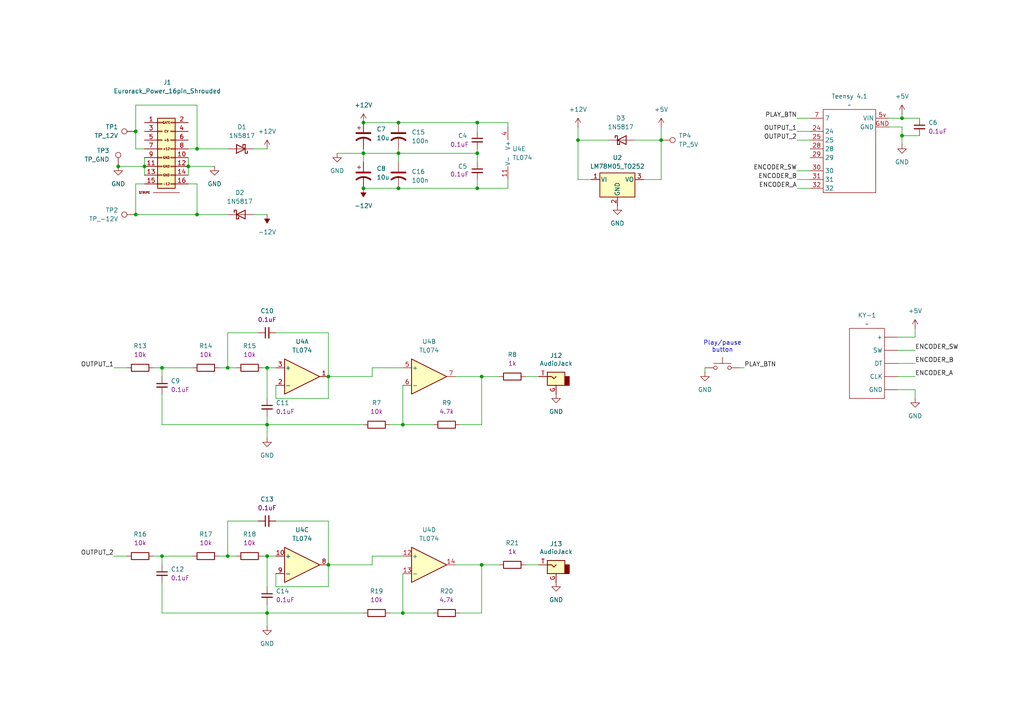
<source format=kicad_sch>
(kicad_sch (version 20250114) (generator "eeschema") (generator_version "9.0")
  (paper "A4")
  (text "Play/pause\nbutton" (at 209.55 100.584 0) (effects (font (size 1.27 1.27))))
  (junction (at 8.89 -36.83))
  (junction (at 39.37 38.1))
  (junction (at 57.15 43.18))
  (junction (at 105.41 54.61))
  (junction (at 115.57 54.61))
  (junction (at 57.15 62.23))
  (junction (at 138.43 35.56))
  (junction (at 54.61 48.26))
  (junction (at 41.91 48.26))
  (junction (at 95.25 109.22))
  (junction (at -12.7 -95.25))
  (junction (at 105.41 35.56))
  (junction (at 105.41 44.45))
  (junction (at 139.7 109.22))
  (junction (at 39.37 62.23))
  (junction (at 39.37 -93.98))
  (junction (at -5.08 -85.09))
  (junction (at -12.7 -49.53))
  (junction (at 138.43 44.45))
  (junction (at 77.47 106.68))
  (junction (at 261.62 34.29))
  (junction (at -21.59 -49.53))
  (junction (at 77.47 177.8))
  (junction (at 77.47 123.19))
  (junction (at 46.99 106.68))
  (junction (at 95.25 163.83))
  (junction (at -12.7 -105.41))
  (junction (at 116.84 177.8))
  (junction (at 34.29 48.26))
  (junction (at 66.04 106.68))
  (junction (at -12.7 -41.91))
  (junction (at 46.99 161.29))
  (junction (at 8.89 -46.99))
  (junction (at 64.77 -93.98))
  (junction (at 138.43 54.61))
  (junction (at 52.07 -85.09))
  (junction (at 139.7 163.83))
  (junction (at 191.77 40.64))
  (junction (at 8.89 -41.91))
  (junction (at -5.08 -105.41))
  (junction (at 167.64 40.64))
  (junction (at -12.7 -85.09))
  (junction (at 77.47 161.29))
  (junction (at -5.08 -95.25))
  (junction (at 261.62 39.37))
  (junction (at 66.04 161.29))
  (junction (at 115.57 44.45))
  (junction (at 116.84 123.19))
  (junction (at 115.57 35.56))
  (junction (at -25.4 -95.25))
  (wire (pts (xy 77.47 177.8) (xy 105.41 177.8)))
  (wire (pts (xy 265.43 97.79) (xy 265.43 95.25)))
  (wire (pts (xy 167.64 40.64) (xy 176.53 40.64)))
  (wire (pts (xy 95.25 96.52) (xy 80.01 96.52)))
  (wire (pts (xy 231.14 40.64) (xy 234.95 40.64)))
  (wire (pts (xy -21.59 -41.91) (xy -21.59 -43.18)))
  (wire (pts (xy 44.45 161.29) (xy 46.99 161.29)))
  (wire (pts (xy 167.64 36.83) (xy 167.64 40.64)))
  (wire (pts (xy 138.43 38.1) (xy 138.43 35.56)))
  (wire (pts (xy 257.81 34.29) (xy 261.62 34.29)))
  (wire (pts (xy -12.7 -49.53) (xy -21.59 -49.53)))
  (wire (pts (xy -12.7 -41.91) (xy -21.59 -41.91)))
  (wire (pts (xy 77.47 106.68) (xy 77.47 115.57)))
  (wire (pts (xy 115.57 43.18) (xy 115.57 44.45)))
  (wire (pts (xy 186.69 52.07) (xy 191.77 52.07)))
  (wire (pts (xy 265.43 113.03) (xy 260.35 113.03)))
  (wire (pts (xy 138.43 44.45) (xy 138.43 46.99)))
  (wire (pts (xy 107.95 163.83) (xy 107.95 161.29)))
  (wire (pts (xy 139.7 109.22) (xy 132.08 109.22)))
  (wire (pts (xy 77.47 106.68) (xy 80.01 106.68)))
  (wire (pts (xy 261.62 39.37) (xy 261.62 41.91)))
  (wire (pts (xy 105.41 44.45) (xy 105.41 46.99)))
  (wire (pts (xy 184.15 40.64) (xy 191.77 40.64)))
  (wire (pts (xy 116.84 123.19) (xy 125.73 123.19)))
  (wire (pts (xy 41.91 48.26) (xy 41.91 50.8)))
  (wire (pts (xy 46.99 161.29) (xy 55.88 161.29)))
  (wire (pts (xy 231.14 54.61) (xy 234.95 54.61)))
  (wire (pts (xy -12.7 -85.09) (xy -5.08 -85.09)))
  (wire (pts (xy 77.47 161.29) (xy 77.47 170.18)))
  (wire (pts (xy -12.7 -105.41) (xy -5.08 -105.41)))
  (wire (pts (xy 147.32 35.56) (xy 147.32 36.83)))
  (wire (pts (xy 57.15 30.48) (xy 57.15 43.18)))
  (wire (pts (xy 261.62 36.83) (xy 261.62 39.37)))
  (wire (pts (xy 105.41 54.61) (xy 115.57 54.61)))
  (wire (pts (xy 39.37 53.34) (xy 41.91 53.34)))
  (wire (pts (xy 231.14 52.07) (xy 234.95 52.07)))
  (wire (pts (xy 167.64 40.64) (xy 167.64 52.07)))
  (wire (pts (xy 57.15 43.18) (xy 54.61 43.18)))
  (wire (pts (xy 139.7 109.22) (xy 144.78 109.22)))
  (wire (pts (xy 52.07 -85.09) (xy 39.37 -85.09)))
  (wire (pts (xy 39.37 43.18) (xy 39.37 38.1)))
  (wire (pts (xy 54.61 48.26) (xy 62.23 48.26)))
  (wire (pts (xy 63.5 161.29) (xy 66.04 161.29)))
  (wire (pts (xy -5.08 -85.09) (xy -5.08 -87.63)))
  (wire (pts (xy -25.4 -100.33) (xy -25.4 -105.41)))
  (wire (pts (xy 0 -41.91) (xy 8.89 -41.91)))
  (wire (pts (xy 260.35 97.79) (xy 265.43 97.79)))
  (wire (pts (xy 261.62 34.29) (xy 266.7 34.29)))
  (wire (pts (xy 39.37 -93.98) (xy 39.37 -91.44)))
  (wire (pts (xy 105.41 43.18) (xy 105.41 44.45)))
  (wire (pts (xy 95.25 163.83) (xy 107.95 163.83)))
  (wire (pts (xy 138.43 44.45) (xy 138.43 43.18)))
  (wire (pts (xy 77.47 177.8) (xy 46.99 177.8)))
  (wire (pts (xy 260.35 101.6) (xy 265.43 101.6)))
  (wire (pts (xy 77.47 123.19) (xy 105.41 123.19)))
  (wire (pts (xy -25.4 -95.25) (xy -31.75 -95.25)))
  (wire (pts (xy 95.25 163.83) (xy 95.25 170.18)))
  (wire (pts (xy 95.25 109.22) (xy 107.95 109.22)))
  (wire (pts (xy 105.41 44.45) (xy 115.57 44.45)))
  (wire (pts (xy 0 -46.99) (xy 8.89 -46.99)))
  (wire (pts (xy -25.4 -85.09) (xy -12.7 -85.09)))
  (wire (pts (xy 115.57 44.45) (xy 115.57 46.99)))
  (wire (pts (xy 0 -36.83) (xy 8.89 -36.83)))
  (wire (pts (xy 77.47 177.8) (xy 77.47 175.26)))
  (wire (pts (xy 115.57 44.45) (xy 138.43 44.45)))
  (wire (pts (xy -12.7 -95.25) (xy -12.7 -92.71)))
  (wire (pts (xy 113.03 177.8) (xy 116.84 177.8)))
  (wire (pts (xy 41.91 45.72) (xy 41.91 48.26)))
  (wire (pts (xy 265.43 113.03) (xy 265.43 115.57)))
  (wire (pts (xy 95.25 115.57) (xy 80.01 115.57)))
  (wire (pts (xy 39.37 38.1) (xy 39.37 30.48)))
  (wire (pts (xy 39.37 -100.33) (xy 39.37 -93.98)))
  (wire (pts (xy -12.7 -95.25) (xy -5.08 -95.25)))
  (wire (pts (xy 138.43 54.61) (xy 147.32 54.61)))
  (wire (pts (xy -5.08 -105.41) (xy -5.08 -102.87)))
  (wire (pts (xy 66.04 96.52) (xy 66.04 106.68)))
  (wire (pts (xy 16.51 -46.99) (xy 8.89 -46.99)))
  (wire (pts (xy 46.99 168.91) (xy 46.99 177.8)))
  (wire (pts (xy 74.93 96.52) (xy 66.04 96.52)))
  (wire (pts (xy 77.47 123.19) (xy 77.47 120.65)))
  (wire (pts (xy 5.08 -105.41) (xy -5.08 -105.41)))
  (wire (pts (xy 44.45 106.68) (xy 46.99 106.68)))
  (wire (pts (xy 113.03 123.19) (xy 116.84 123.19)))
  (wire (pts (xy 95.25 151.13) (xy 80.01 151.13)))
  (wire (pts (xy 39.37 30.48) (xy 57.15 30.48)))
  (wire (pts (xy -7.62 -49.53) (xy -12.7 -49.53)))
  (wire (pts (xy 95.25 109.22) (xy 95.25 115.57)))
  (wire (pts (xy 147.32 54.61) (xy 147.32 52.07)))
  (wire (pts (xy 57.15 53.34) (xy 54.61 53.34)))
  (wire (pts (xy 64.77 -100.33) (xy 64.77 -93.98)))
  (wire (pts (xy 64.77 -85.09) (xy 52.07 -85.09)))
  (wire (pts (xy 191.77 40.64) (xy 191.77 36.83)))
  (wire (pts (xy 261.62 34.29) (xy 261.62 33.02)))
  (wire (pts (xy -25.4 -105.41) (xy -12.7 -105.41)))
  (wire (pts (xy 39.37 -85.09) (xy 39.37 -86.36)))
  (wire (pts (xy 167.64 52.07) (xy 171.45 52.07)))
  (wire (pts (xy 80.01 115.57) (xy 80.01 111.76)))
  (wire (pts (xy 152.4 163.83) (xy 156.21 163.83)))
  (wire (pts (xy 261.62 39.37) (xy 266.7 39.37)))
  (wire (pts (xy -5.08 -95.25) (xy -5.08 -92.71)))
  (wire (pts (xy 33.02 106.68) (xy 36.83 106.68)))
  (wire (pts (xy 139.7 123.19) (xy 133.35 123.19)))
  (wire (pts (xy 107.95 161.29) (xy 116.84 161.29)))
  (wire (pts (xy 34.29 48.26) (xy 41.91 48.26)))
  (wire (pts (xy 46.99 106.68) (xy 55.88 106.68)))
  (wire (pts (xy 66.04 151.13) (xy 66.04 161.29)))
  (wire (pts (xy 138.43 52.07) (xy 138.43 54.61)))
  (wire (pts (xy 59.69 -93.98) (xy 64.77 -93.98)))
  (wire (pts (xy 77.47 127) (xy 77.47 123.19)))
  (wire (pts (xy 80.01 170.18) (xy 80.01 166.37)))
  (wire (pts (xy 64.77 -93.98) (xy 64.77 -91.44)))
  (wire (pts (xy 139.7 163.83) (xy 139.7 177.8)))
  (wire (pts (xy 52.07 -86.36) (xy 52.07 -85.09)))
  (wire (pts (xy 95.25 163.83) (xy 95.25 151.13)))
  (wire (pts (xy 139.7 163.83) (xy 144.78 163.83)))
  (wire (pts (xy -21.59 -49.53) (xy -21.59 -48.26)))
  (wire (pts (xy 260.35 105.41) (xy 265.43 105.41)))
  (wire (pts (xy -25.4 -97.79) (xy -25.4 -95.25)))
  (wire (pts (xy -5.08 -85.09) (xy 5.08 -85.09)))
  (wire (pts (xy 63.5 106.68) (xy 66.04 106.68)))
  (wire (pts (xy 39.37 -93.98) (xy 44.45 -93.98)))
  (wire (pts (xy 39.37 43.18) (xy 41.91 43.18)))
  (wire (pts (xy -12.7 -105.41) (xy -12.7 -100.33)))
  (wire (pts (xy 54.61 48.26) (xy 54.61 50.8)))
  (wire (pts (xy 66.04 161.29) (xy 68.58 161.29)))
  (wire (pts (xy 46.99 114.3) (xy 46.99 123.19)))
  (wire (pts (xy 95.25 109.22) (xy 95.25 96.52)))
  (wire (pts (xy 46.99 161.29) (xy 46.99 163.83)))
  (wire (pts (xy 64.77 -86.36) (xy 64.77 -85.09)))
  (wire (pts (xy 39.37 62.23) (xy 39.37 53.34)))
  (wire (pts (xy 115.57 54.61) (xy 138.43 54.61)))
  (wire (pts (xy -5.08 -95.25) (xy -5.08 -97.79)))
  (wire (pts (xy 152.4 109.22) (xy 156.21 109.22)))
  (wire (pts (xy 77.47 123.19) (xy 46.99 123.19)))
  (wire (pts (xy 95.25 170.18) (xy 80.01 170.18)))
  (wire (pts (xy 16.51 -36.83) (xy 8.89 -36.83)))
  (wire (pts (xy -7.62 -41.91) (xy -12.7 -41.91)))
  (wire (pts (xy 66.04 106.68) (xy 68.58 106.68)))
  (wire (pts (xy 105.41 35.56) (xy 115.57 35.56)))
  (wire (pts (xy 116.84 177.8) (xy 125.73 177.8)))
  (wire (pts (xy 52.07 -85.09) (xy 52.07 -81.28)))
  (wire (pts (xy 214.63 106.68) (xy 215.9 106.68)))
  (wire (pts (xy -12.7 -90.17) (xy -12.7 -85.09)))
  (wire (pts (xy 74.93 151.13) (xy 66.04 151.13)))
  (wire (pts (xy 204.47 106.68) (xy 204.47 107.95)))
  (wire (pts (xy -12.7 -97.79) (xy -12.7 -95.25)))
  (wire (pts (xy 231.14 38.1) (xy 234.95 38.1)))
  (wire (pts (xy 139.7 109.22) (xy 139.7 123.19)))
  (wire (pts (xy 57.15 43.18) (xy 66.04 43.18)))
  (wire (pts (xy 139.7 163.83) (xy 132.08 163.83)))
  (wire (pts (xy 107.95 106.68) (xy 116.84 106.68)))
  (wire (pts (xy 260.35 109.22) (xy 265.43 109.22)))
  (wire (pts (xy 97.79 44.45) (xy 105.41 44.45)))
  (wire (pts (xy 139.7 177.8) (xy 133.35 177.8)))
  (wire (pts (xy 76.2 161.29) (xy 77.47 161.29)))
  (wire (pts (xy 57.15 62.23) (xy 57.15 53.34)))
  (wire (pts (xy 73.66 43.18) (xy 77.47 43.18)))
  (wire (pts (xy 76.2 106.68) (xy 77.47 106.68)))
  (wire (pts (xy 54.61 45.72) (xy 54.61 48.26)))
  (wire (pts (xy 116.84 111.76) (xy 116.84 123.19)))
  (wire (pts (xy 16.51 -30.48) (xy 16.51 -36.83)))
  (wire (pts (xy -21.59 -53.34) (xy -21.59 -49.53)))
  (wire (pts (xy -31.75 -95.25) (xy -31.75 -92.71)))
  (wire (pts (xy 191.77 52.07) (xy 191.77 40.64)))
  (wire (pts (xy 57.15 62.23) (xy 66.04 62.23)))
  (wire (pts (xy 231.14 49.53) (xy 234.95 49.53)))
  (wire (pts (xy 16.51 -50.8) (xy 16.51 -46.99)))
  (wire (pts (xy -25.4 -90.17) (xy -25.4 -85.09)))
  (wire (pts (xy 73.66 62.23) (xy 77.47 62.23)))
  (wire (pts (xy 116.84 166.37) (xy 116.84 177.8)))
  (wire (pts (xy 77.47 161.29) (xy 80.01 161.29)))
  (wire (pts (xy -25.4 -95.25) (xy -25.4 -92.71)))
  (wire (pts (xy 257.81 36.83) (xy 261.62 36.83)))
  (wire (pts (xy 46.99 106.68) (xy 46.99 109.22)))
  (wire (pts (xy 39.37 62.23) (xy 57.15 62.23)))
  (wire (pts (xy 138.43 35.56) (xy 147.32 35.56)))
  (wire (pts (xy 115.57 35.56) (xy 138.43 35.56)))
  (wire (pts (xy 77.47 181.61) (xy 77.47 177.8)))
  (wire (pts (xy 231.14 34.29) (xy 234.95 34.29)))
  (wire (pts (xy 107.95 109.22) (xy 107.95 106.68)))
  (wire (pts (xy 33.02 161.29) (xy 36.83 161.29)))
  (label "ENCODER_SW" (at 265.43 101.6 0))
  (label "ENCODER_B" (at 265.43 105.41 0))
  (label "PLAY_BTN" (at 231.14 34.29 180))
  (label "PLAY_BTN" (at 215.9 106.68 0))
  (label "OUTPUT_1" (at 33.02 106.68 180))
  (label "ENCODER_A" (at 265.43 109.22 0))
  (label "OUTPUT_1" (at 231.14 38.1 180))
  (label "ENCODER_SW" (at 231.14 49.53 180))
  (label "ENCODER_A" (at 231.14 54.61 180))
  (label "OUTPUT_2" (at 33.02 161.29 180))
  (label "OUTPUT_2" (at 231.14 40.64 180))
  (label "ENCODER_B" (at 231.14 52.07 180))
  (netclass_flag "" (length 2.54) (shape round) (at 16.51 -30.48 180) (property "Netclass" "-12v" (at 14.732 -25.654 0) (effects (justify left))))
  (netclass_flag "" (length 2.54) (shape round) (at 16.51 -50.8 0) (property "Netclass" "+12v" (at 14.732 -55.626 0) (effects (justify left))))
  (netclass_flag "" (length 2.54) (shape round) (at 39.37 -100.33 0) (property "Netclass" "VCC" (at 41.148 -105.156 0) (effects (justify right))))
  (netclass_flag "" (length 2.54) (shape round) (at 5.08 -105.41 0) (property "Netclass" "VCC" (at 3.302 -110.236 0) (effects (justify left))))
  (netclass_flag "" (length 2.54) (shape round) (at 5.08 -85.09 180) (property "Netclass" "VEE" (at 3.302 -80.264 0) (effects (justify left))))
  (symbol (lib_id "PCM_4ms_Resistor:10k_0603") (at 109.22 123.19 270) (unit 1)
    (property "Reference" "R7" (at 109.22 116.84 90))
    (property "Value" "10k_0603" (effects (hide yes)))
    (property "Footprint" "4ms_Resistor:R_0603" (effects (hide yes)))
    (property "Description" "10K, 1%, 1/10W, 0603" (effects (hide yes)))
    (property "Specifications" "10K, 1%, 1/10W, 0603" (effects (hide yes)))
    (property "Manufacturer" "Yageo" (effects (hide yes)))
    (property "Part Number" "RC0603FR-0710KL" (effects (hide yes)))
    (property "Display" "10k" (at 109.22 119.38 90))
    (property "JLCPCB ID" "C25804" (effects (hide yes)))
  )
  (symbol (lib_id "power:+5V") (at 64.77 -100.33 0) (unit 1)
    (property "Reference" "#PWR015" (effects (hide yes)))
    (property "Value" "+5V" (at 64.77 -105.41 0))
    (property "Description" "Power symbol creates a global label with name \"+5V\"" (effects (hide yes)))
  )
  (symbol (lib_id "PCM_4ms_Connector:Eurorack_Power_16pin_Shrouded") (at -6.35 -45.72 0) (unit 1)
    (property "Reference" "J6" (at -6.604 -60.96 0))
    (property "Value" "EurorackPwr" (at -6.096 -58.42 0))
    (property "Footprint" "4ms_Connector:Pins_2x08_2.54mm_TH_EuroPower_Shrouded" (effects (hide yes)))
    (property "Description" "Header, Male Pins, 2*8, spacing 2.54mm, straight pin, shrouded and keyed" (effects (hide yes)))
    (property "Specifications" "Header, Male Pins, 2*8, spacing 2.54mm, straight pin, shrouded and keyed" (effects (hide yes)))
    (property "Manufacturer" "Cixi LanLing" (effects (hide yes)))
    (property "Part Number" "LL1007-1 (2*8 HITEMP)" (effects (hide yes)))
  )
  (symbol (lib_id "power:GND") (at 179.07 59.69 0) (unit 1)
    (property "Reference" "#PWR033" (effects (hide yes)))
    (property "Value" "GND" (at 179.07 64.77 0))
    (property "Description" "Power symbol creates a global label with name \"GND\" , ground" (effects (hide yes)))
  )
  (symbol (lib_id "PCM_4ms_Resistor:10k_0603") (at 109.22 177.8 270) (unit 1)
    (property "Reference" "R19" (at 109.22 171.45 90))
    (property "Value" "10k_0603" (effects (hide yes)))
    (property "Footprint" "4ms_Resistor:R_0603" (effects (hide yes)))
    (property "Description" "10K, 1%, 1/10W, 0603" (effects (hide yes)))
    (property "Specifications" "10K, 1%, 1/10W, 0603" (effects (hide yes)))
    (property "Manufacturer" "Yageo" (effects (hide yes)))
    (property "Part Number" "RC0603FR-0710KL" (effects (hide yes)))
    (property "Display" "10k" (at 109.22 173.99 90))
    (property "JLCPCB ID" "C25804" (effects (hide yes)))
  )
  (symbol (lib_id "power:+5V") (at 261.62 33.02 0) (unit 1)
    (property "Reference" "#PWR018" (effects (hide yes)))
    (property "Value" "+5V" (at 261.62 27.94 0))
    (property "Description" "Power symbol creates a global label with name \"+5V\"" (effects (hide yes)))
  )
  (symbol (lib_id "power:-12V") (at 77.47 62.23 180) (unit 1)
    (property "Reference" "#PWR024" (effects (hide yes)))
    (property "Value" "-12V" (at 77.47 67.31 0))
    (property "Description" "Power symbol creates a global label with name \"-12V\"" (effects (hide yes)))
  )
  (symbol (lib_id "PCM_4ms_Capacitor:10uF_0805_25V") (at 64.77 -88.9 0) (unit 1)
    (property "Reference" "C5" (at 67.31 -90.17 0) (effects (justify left)))
    (property "Value" "10uF_0805_25V" (effects (hide yes)))
    (property "Footprint" "4ms_Capacitor:C_0805" (effects (hide yes)))
    (property "Description" "10uF, Min. 25V, X5R/X6S/X7R/X7S, 0805, MLCC" (effects (hide yes)))
    (property "Specifications" "10uF, Min. 25V, X5R/X6S/X7R/X7S, 0805, MLCC" (effects (hide yes)))
    (property "Manufacturer" "Murata" (effects (hide yes)))
    (property "Part Number" "GRM21BR61E106MA73L" (effects (hide yes)))
    (property "Display" "10uF/25V" (at 67.31 -87.884 0) (effects (justify left)))
    (property "JLCPCB ID" "C15850" (effects (hide yes)))
  )
  (symbol (lib_id "Amplifier_Operational:TL074") (at 124.46 163.83 0) (unit 4)
    (property "Reference" "U4" (at 124.46 153.67 0))
    (property "Value" "TL074" (at 124.46 156.21 0))
    (property "Datasheet" "http://www.ti.com/lit/ds/symlink/tl071.pdf" (effects (hide yes)))
    (property "Description" "Quad Low-Noise JFET-Input Operational Amplifiers, DIP-14/SOIC-14" (effects (hide yes)))
  )
  (symbol (lib_id "PCM_4ms_Capacitor:22uF_0805_25V") (at -5.08 -90.17 0) (unit 1)
    (property "Reference" "C2" (at -2.54 -91.4338 0) (effects (justify left)))
    (property "Value" "22uF_0805_25V" (effects (hide yes)))
    (property "Footprint" "4ms_Capacitor:C_0805" (effects (hide yes)))
    (property "Description" "22uF, Min 25V, 0805, MLCC, X5R or similar" (effects (hide yes)))
    (property "Specifications" "22uF, Min 25V, 0805, MLCC, X5R or similar" (effects (hide yes)))
    (property "Manufacturer" "Murata" (effects (hide yes)))
    (property "Part Number" "GRM21BR61E226ME44L" (effects (hide yes)))
    (property "Display" "22uF/25V" (at -2.54 -88.8938 0) (effects (justify left)))
    (property "JLCPCB ID" "C45783" (effects (hide yes)))
  )
  (symbol (lib_id "PCM_4ms_Resistor:10k_0603") (at 40.64 106.68 270) (unit 1)
    (property "Reference" "R13" (at 40.64 100.33 90))
    (property "Value" "10k_0603" (effects (hide yes)))
    (property "Footprint" "4ms_Resistor:R_0603" (effects (hide yes)))
    (property "Description" "10K, 1%, 1/10W, 0603" (effects (hide yes)))
    (property "Specifications" "10K, 1%, 1/10W, 0603" (effects (hide yes)))
    (property "Manufacturer" "Yageo" (effects (hide yes)))
    (property "Part Number" "RC0603FR-0710KL" (effects (hide yes)))
    (property "Display" "10k" (at 40.64 102.87 90))
    (property "JLCPCB ID" "C25804" (effects (hide yes)))
  )
  (symbol (lib_id "PCM_4ms_Resistor:4.7k_0603") (at 129.54 177.8 90) (unit 1)
    (property "Reference" "R20" (at 129.54 171.45 90))
    (property "Value" "4.7k_0603" (effects (hide yes)))
    (property "Footprint" "4ms_Resistor:R_0603" (effects (hide yes)))
    (property "Description" "4k7, 1%, 1/10W, 0603" (effects (hide yes)))
    (property "Specifications" "4k7, 1%, 1/10W, 0603" (effects (hide yes)))
    (property "Manufacturer" "Yageo" (effects (hide yes)))
    (property "Part Number" "RC0603FR-074K7L" (effects (hide yes)))
    (property "Display" "4.7k" (at 129.54 173.99 90))
    (property "JLCPCB ID" "C23162" (effects (hide yes)))
  )
  (symbol (lib_id "power:+12V") (at 105.41 35.56 0) (unit 1)
    (property "Reference" "#PWR030" (effects (hide yes)))
    (property "Value" "+12V" (at 105.41 30.48 0))
    (property "Description" "Power symbol creates a global label with name \"+12V\"" (effects (hide yes)))
  )
  (symbol (lib_id "power:GND") (at 204.47 107.95 0) (unit 1)
    (property "Reference" "#PWR010" (effects (hide yes)))
    (property "Value" "GND" (at 204.47 113.03 0))
    (property "Description" "Power symbol creates a global label with name \"GND\" , ground" (effects (hide yes)))
  )
  (symbol (lib_id "power:+5V") (at 191.77 36.83 0) (unit 1)
    (property "Reference" "#PWR012" (effects (hide yes)))
    (property "Value" "+5V" (at 191.77 31.75 0))
    (property "Description" "Power symbol creates a global label with name \"+5V\"" (effects (hide yes)))
  )
  (symbol (lib_id "PCM_4ms_Resistor:10k_0603") (at 72.39 106.68 270) (unit 1)
    (property "Reference" "R15" (at 72.39 100.33 90))
    (property "Value" "10k_0603" (effects (hide yes)))
    (property "Footprint" "4ms_Resistor:R_0603" (effects (hide yes)))
    (property "Description" "10K, 1%, 1/10W, 0603" (effects (hide yes)))
    (property "Specifications" "10K, 1%, 1/10W, 0603" (effects (hide yes)))
    (property "Manufacturer" "Yageo" (effects (hide yes)))
    (property "Part Number" "RC0603FR-0710KL" (effects (hide yes)))
    (property "Display" "10k" (at 72.39 102.87 90))
    (property "JLCPCB ID" "C25804" (effects (hide yes)))
  )
  (symbol (lib_id "JBU_Library:JBU_Teensy") (at 246.38 30.48 0) (unit 1)
    (property "Reference" "Teensy 4.1" (at 246.38 27.94 0))
    (property "Value" "~" (at 246.38 30.48 0))
  )
  (symbol (lib_id "PCM_4ms_Capacitor:100nF_0603_16V") (at 138.43 49.53 0) (unit 1)
    (property "Reference" "C5" (at 132.842 48.26 0) (effects (justify left)))
    (property "Value" "100nF_0603_16V" (effects (hide yes)))
    (property "Footprint" "4ms_Capacitor:C_0603" (effects (hide yes)))
    (property "Description" "0.1uF, Min. 16V 10%, X7R or X5R or similar" (effects (hide yes)))
    (property "Specifications" "0.1uF, Min. 16V 10%, X7R or X5R or similar" (effects (hide yes)))
    (property "Manufacturer" "AVX Corporation" (effects (hide yes)))
    (property "Part Number" "0603YC104KAT2A" (effects (hide yes)))
    (property "Display" "0.1uF" (at 130.556 50.546 0) (effects (justify left)))
    (property "JLCPCB ID" "C14663" (effects (hide yes)))
  )
  (symbol (lib_id "Connector_Audio:AudioJack2_Ground") (at 161.29 163.83 0) (mirror y) (unit 1)
    (property "Reference" "J13" (at 161.29 157.734 0))
    (property "Value" "AudioJack" (at 161.29 160.02 0))
    (property "Description" "Audio Jack, 2 Poles (Mono / TS), Grounded Sleeve" (effects (hide yes)))
  )
  (symbol (lib_id "PCM_4ms_Capacitor:100nF_0603_16V") (at 46.99 111.76 0) (unit 1)
    (property "Reference" "C9" (at 49.53 110.4962 0) (effects (justify left)))
    (property "Value" "100nF_0603_16V" (effects (hide yes)))
    (property "Footprint" "4ms_Capacitor:C_0603" (effects (hide yes)))
    (property "Description" "0.1uF, Min. 16V 10%, X7R or X5R or similar" (effects (hide yes)))
    (property "Specifications" "0.1uF, Min. 16V 10%, X7R or X5R or similar" (effects (hide yes)))
    (property "Manufacturer" "AVX Corporation" (effects (hide yes)))
    (property "Part Number" "0603YC104KAT2A" (effects (hide yes)))
    (property "Display" "0.1uF" (at 49.53 113.0362 0) (effects (justify left)))
    (property "JLCPCB ID" "C14663" (effects (hide yes)))
  )
  (symbol (lib_id "PCM_4ms_Capacitor:22uF_0805_25V") (at -5.08 -100.33 0) (unit 1)
    (property "Reference" "C1" (at -2.54 -101.5938 0) (effects (justify left)))
    (property "Value" "22uF_0805_25V" (effects (hide yes)))
    (property "Footprint" "4ms_Capacitor:C_0805" (effects (hide yes)))
    (property "Description" "22uF, Min 25V, 0805, MLCC, X5R or similar" (effects (hide yes)))
    (property "Specifications" "22uF, Min 25V, 0805, MLCC, X5R or similar" (effects (hide yes)))
    (property "Manufacturer" "Murata" (effects (hide yes)))
    (property "Part Number" "GRM21BR61E226ME44L" (effects (hide yes)))
    (property "Display" "22uF/25V" (at -2.54 -99.0538 0) (effects (justify left)))
    (property "JLCPCB ID" "C45783" (effects (hide yes)))
  )
  (symbol (lib_id "PCM_4ms_Capacitor:10uF_0805_25V") (at 39.37 -88.9 0) (unit 1)
    (property "Reference" "C4" (at 34.544 -89.916 0) (effects (justify left)))
    (property "Value" "10uF_0805_25V" (effects (hide yes)))
    (property "Footprint" "4ms_Capacitor:C_0805" (effects (hide yes)))
    (property "Description" "10uF, Min. 25V, X5R/X6S/X7R/X7S, 0805, MLCC" (effects (hide yes)))
    (property "Specifications" "10uF, Min. 25V, X5R/X6S/X7R/X7S, 0805, MLCC" (effects (hide yes)))
    (property "Manufacturer" "Murata" (effects (hide yes)))
    (property "Part Number" "GRM21BR61E106MA73L" (effects (hide yes)))
    (property "Display" "10uF/25V" (at 27.432 -87.376 0) (effects (justify left)))
    (property "JLCPCB ID" "C15850" (effects (hide yes)))
  )
  (symbol (lib_id "power:+12V") (at 77.47 43.18 0) (unit 1)
    (property "Reference" "#PWR020" (effects (hide yes)))
    (property "Value" "+12V" (at 77.47 38.1 0))
    (property "Description" "Power symbol creates a global label with name \"+12V\"" (effects (hide yes)))
  )
  (symbol (lib_id "Diode:1N5817") (at 69.85 62.23 0) (unit 1)
    (property "Reference" "D2" (at 69.5325 55.88 0))
    (property "Value" "1N5817" (at 69.5325 58.42 0))
    (property "Footprint" "Diode_THT:D_DO-41_SOD81_P10.16mm_Horizontal" (effects (hide yes)))
    (property "Datasheet" "http://www.vishay.com/docs/88525/1n5817.pdf" (effects (hide yes)))
    (property "Description" "20V 1A Schottky Barrier Rectifier Diode, DO-41" (effects (hide yes)))
  )
  (symbol (lib_id "PCM_4ms_Connector:Eurorack_Power_16pin_Shrouded") (at 48.26 44.45 0) (unit 1)
    (property "Reference" "J1" (at 48.514 23.876 0))
    (property "Value" "Eurorack_Power_16pin_Shrouded" (at 48.514 26.416 0))
    (property "Footprint" "4ms_Connector:Pins_2x08_2.54mm_TH_EuroPower_Shrouded" (effects (hide yes)))
    (property "Description" "Header, Male Pins, 2*8, spacing 2.54mm, straight pin, shrouded and keyed" (effects (hide yes)))
    (property "Specifications" "Header, Male Pins, 2*8, spacing 2.54mm, straight pin, shrouded and keyed" (effects (hide yes)))
    (property "Manufacturer" "Cixi LanLing" (effects (hide yes)))
    (property "Part Number" "LL1007-1 (2*8 HITEMP)" (effects (hide yes)))
  )
  (symbol (lib_id "Regulator_Linear:LM78M05_TO252") (at 179.07 52.07 0) (unit 1)
    (property "Reference" "U2" (at 179.07 45.72 0))
    (property "Value" "LM78M05_TO252" (at 179.07 48.26 0))
    (property "Footprint" "Package_TO_SOT_SMD:TO-252-2" (effects (hide yes)))
    (property "Datasheet" "https://www.onsemi.com/pub/Collateral/MC78M00-D.PDF" (effects (hide yes)))
    (property "Description" "Positive 500mA 35V Linear Regulator, Fixed Output 5V, TO-252 (D-PAK)" (effects (hide yes)))
  )
  (symbol (lib_id "PCM_4ms_Capacitor:100nF_0603_16V") (at 77.47 151.13 90) (unit 1)
    (property "Reference" "C13" (at 77.4763 144.78 90))
    (property "Value" "100nF_0603_16V" (effects (hide yes)))
    (property "Footprint" "4ms_Capacitor:C_0603" (effects (hide yes)))
    (property "Description" "0.1uF, Min. 16V 10%, X7R or X5R or similar" (effects (hide yes)))
    (property "Specifications" "0.1uF, Min. 16V 10%, X7R or X5R or similar" (effects (hide yes)))
    (property "Manufacturer" "AVX Corporation" (effects (hide yes)))
    (property "Part Number" "0603YC104KAT2A" (effects (hide yes)))
    (property "Display" "0.1uF" (at 77.4763 147.32 90))
    (property "JLCPCB ID" "C14663" (effects (hide yes)))
  )
  (symbol (lib_id "PCM_4ms_Capacitor:100nF_0603_16V") (at 77.47 118.11 0) (unit 1)
    (property "Reference" "C11" (at 80.01 116.8462 0) (effects (justify left)))
    (property "Value" "100nF_0603_16V" (effects (hide yes)))
    (property "Footprint" "4ms_Capacitor:C_0603" (effects (hide yes)))
    (property "Description" "0.1uF, Min. 16V 10%, X7R or X5R or similar" (effects (hide yes)))
    (property "Specifications" "0.1uF, Min. 16V 10%, X7R or X5R or similar" (effects (hide yes)))
    (property "Manufacturer" "AVX Corporation" (effects (hide yes)))
    (property "Part Number" "0603YC104KAT2A" (effects (hide yes)))
    (property "Display" "0.1uF" (at 80.01 119.3862 0) (effects (justify left)))
    (property "JLCPCB ID" "C14663" (effects (hide yes)))
  )
  (symbol (lib_id "PCM_4ms_Capacitor:100nF_0603_16V") (at 77.47 96.52 90) (unit 1)
    (property "Reference" "C10" (at 77.4763 90.17 90))
    (property "Value" "100nF_0603_16V" (effects (hide yes)))
    (property "Footprint" "4ms_Capacitor:C_0603" (effects (hide yes)))
    (property "Description" "0.1uF, Min. 16V 10%, X7R or X5R or similar" (effects (hide yes)))
    (property "Specifications" "0.1uF, Min. 16V 10%, X7R or X5R or similar" (effects (hide yes)))
    (property "Manufacturer" "AVX Corporation" (effects (hide yes)))
    (property "Part Number" "0603YC104KAT2A" (effects (hide yes)))
    (property "Display" "0.1uF" (at 77.4763 92.71 90))
    (property "JLCPCB ID" "C14663" (effects (hide yes)))
  )
  (symbol (lib_id "power:GND") (at 161.29 114.3 0) (unit 1)
    (property "Reference" "#PWR026" (effects (hide yes)))
    (property "Value" "GND" (at 161.29 119.38 0))
    (property "Description" "Power symbol creates a global label with name \"GND\" , ground" (effects (hide yes)))
  )
  (symbol (lib_id "power:GND") (at 265.43 115.57 0) (unit 1)
    (property "Reference" "#PWR021" (effects (hide yes)))
    (property "Value" "GND" (at 265.43 120.65 0))
    (property "Description" "Power symbol creates a global label with name \"GND\" , ground" (effects (hide yes)))
  )
  (symbol (lib_id "PCM_4ms_Resistor:10k_0603") (at 40.64 161.29 270) (unit 1)
    (property "Reference" "R16" (at 40.64 154.94 90))
    (property "Value" "10k_0603" (effects (hide yes)))
    (property "Footprint" "4ms_Resistor:R_0603" (effects (hide yes)))
    (property "Description" "10K, 1%, 1/10W, 0603" (effects (hide yes)))
    (property "Specifications" "10K, 1%, 1/10W, 0603" (effects (hide yes)))
    (property "Manufacturer" "Yageo" (effects (hide yes)))
    (property "Part Number" "RC0603FR-0710KL" (effects (hide yes)))
    (property "Display" "10k" (at 40.64 157.48 90))
    (property "JLCPCB ID" "C25804" (effects (hide yes)))
  )
  (symbol (lib_id "Connector:TestPoint") (at 39.37 38.1 90) (unit 1)
    (property "Reference" "TP1" (at 34.29 36.8299 90) (effects (justify left)))
    (property "Value" "TP_12V" (at 34.29 39.3699 90) (effects (justify left)))
    (property "Footprint" "TestPoint:TestPoint_Pad_D1.0mm" (effects (hide yes)))
    (property "Description" "test point" (effects (hide yes)))
  )
  (symbol (lib_id "Connector:TestPoint") (at 34.29 48.26 0) (unit 1)
    (property "Reference" "TP3" (at 31.75 43.6879 0) (effects (justify right)))
    (property "Value" "TP_GND" (at 31.75 46.2279 0) (effects (justify right)))
    (property "Footprint" "TestPoint:TestPoint_Pad_D1.0mm" (effects (hide yes)))
    (property "Description" "test point" (effects (hide yes)))
  )
  (symbol (lib_id "power:GND") (at 97.79 44.45 0) (unit 1)
    (property "Reference" "#PWR029" (effects (hide yes)))
    (property "Value" "GND" (at 97.79 49.53 0))
    (property "Description" "Power symbol creates a global label with name \"GND\" , ground" (effects (hide yes)))
  )
  (symbol (lib_id "power:GND") (at 161.29 168.91 0) (unit 1)
    (property "Reference" "#PWR028" (effects (hide yes)))
    (property "Value" "GND" (at 161.29 173.99 0))
    (property "Description" "Power symbol creates a global label with name \"GND\" , ground" (effects (hide yes)))
  )
  (symbol (lib_id "PCM_4ms_Capacitor:100nF_0603_16V") (at 138.43 40.64 0) (unit 1)
    (property "Reference" "C4" (at 132.842 39.37 0) (effects (justify left)))
    (property "Value" "100nF_0603_16V" (effects (hide yes)))
    (property "Footprint" "4ms_Capacitor:C_0603" (effects (hide yes)))
    (property "Description" "0.1uF, Min. 16V 10%, X7R or X5R or similar" (effects (hide yes)))
    (property "Specifications" "0.1uF, Min. 16V 10%, X7R or X5R or similar" (effects (hide yes)))
    (property "Manufacturer" "AVX Corporation" (effects (hide yes)))
    (property "Part Number" "0603YC104KAT2A" (effects (hide yes)))
    (property "Display" "0.1uF" (at 130.556 41.91 0) (effects (justify left)))
    (property "JLCPCB ID" "C14663" (effects (hide yes)))
  )
  (symbol (lib_id "PCM_4ms_Resistor:1k_0603") (at 148.59 109.22 90) (unit 1)
    (property "Reference" "R8" (at 148.59 102.87 90))
    (property "Value" "1k_0603" (effects (hide yes)))
    (property "Footprint" "4ms_Resistor:R_0603" (effects (hide yes)))
    (property "Description" "1K, 1%, 1/10W, 0603" (effects (hide yes)))
    (property "Specifications" "1K, 1%, 1/10W, 0603" (effects (hide yes)))
    (property "Manufacturer" "Yageo" (effects (hide yes)))
    (property "Part Number" "RC0603FR-071KL" (effects (hide yes)))
    (property "Display" "1k" (at 148.59 105.41 90))
    (property "JLCPCB ID" "C21190" (effects (hide yes)))
  )
  (symbol (lib_id "PCM_4ms_Capacitor:100nF_0603_16V") (at 77.47 172.72 0) (unit 1)
    (property "Reference" "C14" (at 80.01 171.4562 0) (effects (justify left)))
    (property "Value" "100nF_0603_16V" (effects (hide yes)))
    (property "Footprint" "4ms_Capacitor:C_0603" (effects (hide yes)))
    (property "Description" "0.1uF, Min. 16V 10%, X7R or X5R or similar" (effects (hide yes)))
    (property "Specifications" "0.1uF, Min. 16V 10%, X7R or X5R or similar" (effects (hide yes)))
    (property "Manufacturer" "AVX Corporation" (effects (hide yes)))
    (property "Part Number" "0603YC104KAT2A" (effects (hide yes)))
    (property "Display" "0.1uF" (at 80.01 173.9962 0) (effects (justify left)))
    (property "JLCPCB ID" "C14663" (effects (hide yes)))
  )
  (symbol (lib_id "Device:C_US") (at 115.57 39.37 0) (unit 1)
    (property "Reference" "C15" (at 119.38 38.3539 0) (effects (justify left)))
    (property "Value" "100n" (at 119.38 40.8939 0) (effects (justify left)))
    (property "Description" "capacitor, US symbol" (effects (hide yes)))
  )
  (symbol (lib_id "PCM_4ms_Capacitor:22uF_0805_25V") (at 8.89 -44.45 0) (unit 1)
    (property "Reference" "C1" (at 11.43 -45.7138 0) (effects (justify left)))
    (property "Value" "22uF_0805_25V" (effects (hide yes)))
    (property "Footprint" "4ms_Capacitor:C_0805" (effects (hide yes)))
    (property "Description" "22uF, Min 25V, 0805, MLCC, X5R or similar" (effects (hide yes)))
    (property "Specifications" "22uF, Min 25V, 0805, MLCC, X5R or similar" (effects (hide yes)))
    (property "Manufacturer" "Murata" (effects (hide yes)))
    (property "Part Number" "GRM21BR61E226ME44L" (effects (hide yes)))
    (property "Display" "22uF/25V" (at 11.43 -43.1738 0) (effects (justify left)))
    (property "JLCPCB ID" "C45783" (effects (hide yes)))
  )
  (symbol (lib_id "PCM_4ms_Capacitor:22uF_0805_25V") (at -21.59 -45.72 0) (unit 1)
    (property "Reference" "C3" (at -26.924 -46.482 0) (effects (justify left)))
    (property "Value" "22uF_0805_25V" (effects (hide yes)))
    (property "Footprint" "4ms_Capacitor:C_0805" (effects (hide yes)))
    (property "Description" "22uF, Min 25V, 0805, MLCC, X5R or similar" (effects (hide yes)))
    (property "Specifications" "22uF, Min 25V, 0805, MLCC, X5R or similar" (effects (hide yes)))
    (property "Manufacturer" "Murata" (effects (hide yes)))
    (property "Part Number" "GRM21BR61E226ME44L" (effects (hide yes)))
    (property "Display" "22uF/25V" (at -33.782 -43.942 0) (effects (justify left)))
    (property "JLCPCB ID" "C45783" (effects (hide yes)))
  )
  (symbol (lib_id "power:GND") (at 77.47 181.61 0) (unit 1)
    (property "Reference" "#PWR027" (effects (hide yes)))
    (property "Value" "GND" (at 77.47 186.69 0))
    (property "Description" "Power symbol creates a global label with name \"GND\" , ground" (effects (hide yes)))
  )
  (symbol (lib_id "Amplifier_Operational:TL074") (at 87.63 163.83 0) (unit 3)
    (property "Reference" "U4" (at 87.63 153.67 0))
    (property "Value" "TL074" (at 87.63 156.21 0))
    (property "Datasheet" "http://www.ti.com/lit/ds/symlink/tl071.pdf" (effects (hide yes)))
    (property "Description" "Quad Low-Noise JFET-Input Operational Amplifiers, DIP-14/SOIC-14" (effects (hide yes)))
  )
  (symbol (lib_id "power:GND") (at 34.29 48.26 0) (unit 1)
    (property "Reference" "#PWR016" (effects (hide yes)))
    (property "Value" "GND" (at 34.29 53.34 0))
    (property "Description" "Power symbol creates a global label with name \"GND\" , ground" (effects (hide yes)))
  )
  (symbol (lib_id "JBU_Library:KY-040") (at 252.73 93.98 0) (unit 1)
    (property "Reference" "KY-1" (at 251.46 91.44 0))
    (property "Value" "~" (at 251.46 93.98 0))
  )
  (symbol (lib_id "Device:C_Polarized_US") (at 105.41 50.8 0) (unit 1)
    (property "Reference" "C8" (at 109.22 48.8949 0) (effects (justify left)))
    (property "Value" "10u" (at 109.22 51.4349 0) (effects (justify left)))
    (property "Description" "Polarized capacitor, US symbol" (effects (hide yes)))
  )
  (symbol (lib_id "Amplifier_Operational:TL074") (at 124.46 109.22 0) (unit 2)
    (property "Reference" "U4" (at 124.46 99.06 0))
    (property "Value" "TL074" (at 124.46 101.6 0))
    (property "Datasheet" "http://www.ti.com/lit/ds/symlink/tl071.pdf" (effects (hide yes)))
    (property "Description" "Quad Low-Noise JFET-Input Operational Amplifiers, DIP-14/SOIC-14" (effects (hide yes)))
  )
  (symbol (lib_id "PCM_4ms_Capacitor:100nF_0603_16V") (at 266.7 36.83 0) (unit 1)
    (property "Reference" "C6" (at 269.24 35.5662 0) (effects (justify left)))
    (property "Value" "100nF_0603_16V" (effects (hide yes)))
    (property "Footprint" "4ms_Capacitor:C_0603" (effects (hide yes)))
    (property "Description" "0.1uF, Min. 16V 10%, X7R or X5R or similar" (effects (hide yes)))
    (property "Specifications" "0.1uF, Min. 16V 10%, X7R or X5R or similar" (effects (hide yes)))
    (property "Manufacturer" "AVX Corporation" (effects (hide yes)))
    (property "Part Number" "0603YC104KAT2A" (effects (hide yes)))
    (property "Display" "0.1uF" (at 269.24 38.1062 0) (effects (justify left)))
    (property "JLCPCB ID" "C14663" (effects (hide yes)))
  )
  (symbol (lib_id "PCM_4ms_Capacitor:100nF_0603_16V") (at 46.99 166.37 0) (unit 1)
    (property "Reference" "C12" (at 49.53 165.1062 0) (effects (justify left)))
    (property "Value" "100nF_0603_16V" (effects (hide yes)))
    (property "Footprint" "4ms_Capacitor:C_0603" (effects (hide yes)))
    (property "Description" "0.1uF, Min. 16V 10%, X7R or X5R or similar" (effects (hide yes)))
    (property "Specifications" "0.1uF, Min. 16V 10%, X7R or X5R or similar" (effects (hide yes)))
    (property "Manufacturer" "AVX Corporation" (effects (hide yes)))
    (property "Part Number" "0603YC104KAT2A" (effects (hide yes)))
    (property "Display" "0.1uF" (at 49.53 167.6462 0) (effects (justify left)))
    (property "JLCPCB ID" "C14663" (effects (hide yes)))
  )
  (symbol (lib_id "power:GND") (at 52.07 -81.28 0) (unit 1)
    (property "Reference" "#PWR014" (effects (hide yes)))
    (property "Value" "GND" (at 52.07 -76.2 0))
    (property "Description" "Power symbol creates a global label with name \"GND\" , ground" (effects (hide yes)))
  )
  (symbol (lib_id "Diode:1N5817") (at 180.34 40.64 0) (unit 1)
    (property "Reference" "D3" (at 180.0225 34.29 0))
    (property "Value" "1N5817" (at 180.0225 36.83 0))
    (property "Footprint" "Diode_THT:D_DO-41_SOD81_P10.16mm_Horizontal" (effects (hide yes)))
    (property "Datasheet" "http://www.vishay.com/docs/88525/1n5817.pdf" (effects (hide yes)))
    (property "Description" "20V 1A Schottky Barrier Rectifier Diode, DO-41" (effects (hide yes)))
  )
  (symbol (lib_id "PCM_4ms_Capacitor:22uF_0805_25V") (at 8.89 -39.37 0) (unit 1)
    (property "Reference" "C2" (at 11.43 -40.6338 0) (effects (justify left)))
    (property "Value" "22uF_0805_25V" (effects (hide yes)))
    (property "Footprint" "4ms_Capacitor:C_0805" (effects (hide yes)))
    (property "Description" "22uF, Min 25V, 0805, MLCC, X5R or similar" (effects (hide yes)))
    (property "Specifications" "22uF, Min 25V, 0805, MLCC, X5R or similar" (effects (hide yes)))
    (property "Manufacturer" "Murata" (effects (hide yes)))
    (property "Part Number" "GRM21BR61E226ME44L" (effects (hide yes)))
    (property "Display" "22uF/25V" (at 11.43 -38.0938 0) (effects (justify left)))
    (property "JLCPCB ID" "C45783" (effects (hide yes)))
  )
  (symbol (lib_id "PCM_4ms_Resistor:10k_0603") (at 59.69 106.68 270) (unit 1)
    (property "Reference" "R14" (at 59.69 100.33 90))
    (property "Value" "10k_0603" (effects (hide yes)))
    (property "Footprint" "4ms_Resistor:R_0603" (effects (hide yes)))
    (property "Description" "10K, 1%, 1/10W, 0603" (effects (hide yes)))
    (property "Specifications" "10K, 1%, 1/10W, 0603" (effects (hide yes)))
    (property "Manufacturer" "Yageo" (effects (hide yes)))
    (property "Part Number" "RC0603FR-0710KL" (effects (hide yes)))
    (property "Display" "10k" (at 59.69 102.87 90))
    (property "JLCPCB ID" "C25804" (effects (hide yes)))
  )
  (symbol (lib_id "power:+5V") (at -21.59 -53.34 0) (unit 1)
    (property "Reference" "#PWR023" (effects (hide yes)))
    (property "Value" "+5V" (at -21.59 -58.42 0))
    (property "Description" "Power symbol creates a global label with name \"+5V\"" (effects (hide yes)))
  )
  (symbol (lib_id "PCM_4ms_Resistor:10k_0603") (at 72.39 161.29 270) (unit 1)
    (property "Reference" "R18" (at 72.39 154.94 90))
    (property "Value" "10k_0603" (effects (hide yes)))
    (property "Footprint" "4ms_Resistor:R_0603" (effects (hide yes)))
    (property "Description" "10K, 1%, 1/10W, 0603" (effects (hide yes)))
    (property "Specifications" "10K, 1%, 1/10W, 0603" (effects (hide yes)))
    (property "Manufacturer" "Yageo" (effects (hide yes)))
    (property "Part Number" "RC0603FR-0710KL" (effects (hide yes)))
    (property "Display" "10k" (at 72.39 157.48 90))
    (property "JLCPCB ID" "C25804" (effects (hide yes)))
  )
  (symbol (lib_id "PCM_4ms_Resistor:4.7k_0603") (at 129.54 123.19 90) (unit 1)
    (property "Reference" "R9" (at 129.54 116.84 90))
    (property "Value" "4.7k_0603" (effects (hide yes)))
    (property "Footprint" "4ms_Resistor:R_0603" (effects (hide yes)))
    (property "Description" "4k7, 1%, 1/10W, 0603" (effects (hide yes)))
    (property "Specifications" "4k7, 1%, 1/10W, 0603" (effects (hide yes)))
    (property "Manufacturer" "Yageo" (effects (hide yes)))
    (property "Part Number" "RC0603FR-074K7L" (effects (hide yes)))
    (property "Display" "4.7k" (at 129.54 119.38 90))
    (property "JLCPCB ID" "C23162" (effects (hide yes)))
  )
  (symbol (lib_id "Diode:1N5817") (at 69.85 43.18 180) (unit 1)
    (property "Reference" "D1" (at 70.1675 36.83 0))
    (property "Value" "1N5817" (at 70.1675 39.37 0))
    (property "Footprint" "Diode_THT:D_DO-41_SOD81_P10.16mm_Horizontal" (effects (hide yes)))
    (property "Datasheet" "http://www.vishay.com/docs/88525/1n5817.pdf" (effects (hide yes)))
    (property "Description" "20V 1A Schottky Barrier Rectifier Diode, DO-41" (effects (hide yes)))
  )
  (symbol (lib_id "PCM_4ms_Resistor:10k_0603") (at 59.69 161.29 270) (unit 1)
    (property "Reference" "R17" (at 59.69 154.94 90))
    (property "Value" "10k_0603" (effects (hide yes)))
    (property "Footprint" "4ms_Resistor:R_0603" (effects (hide yes)))
    (property "Description" "10K, 1%, 1/10W, 0603" (effects (hide yes)))
    (property "Specifications" "10K, 1%, 1/10W, 0603" (effects (hide yes)))
    (property "Manufacturer" "Yageo" (effects (hide yes)))
    (property "Part Number" "RC0603FR-0710KL" (effects (hide yes)))
    (property "Display" "10k" (at 59.69 157.48 90))
    (property "JLCPCB ID" "C25804" (effects (hide yes)))
  )
  (symbol (lib_id "power:GND") (at -31.75 -92.71 0) (unit 1)
    (property "Reference" "#PWR013" (effects (hide yes)))
    (property "Value" "GND" (at -31.75 -87.63 0))
    (property "Description" "Power symbol creates a global label with name \"GND\" , ground" (effects (hide yes)))
  )
  (symbol (lib_id "Device:C_US") (at 115.57 50.8 0) (unit 1)
    (property "Reference" "C16" (at 119.38 49.7839 0) (effects (justify left)))
    (property "Value" "100n" (at 119.38 52.3239 0) (effects (justify left)))
    (property "Description" "capacitor, US symbol" (effects (hide yes)))
  )
  (symbol (lib_id "power:GND") (at 261.62 41.91 0) (unit 1)
    (property "Reference" "#PWR019" (effects (hide yes)))
    (property "Value" "GND" (at 261.62 46.99 0))
    (property "Description" "Power symbol creates a global label with name \"GND\" , ground" (effects (hide yes)))
  )
  (symbol (lib_id "Amplifier_Operational:TL074") (at 87.63 109.22 0) (unit 1)
    (property "Reference" "U4" (at 87.63 99.06 0))
    (property "Value" "TL074" (at 87.63 101.6 0))
    (property "Datasheet" "http://www.ti.com/lit/ds/symlink/tl071.pdf" (effects (hide yes)))
    (property "Description" "Quad Low-Noise JFET-Input Operational Amplifiers, DIP-14/SOIC-14" (effects (hide yes)))
  )
  (symbol (lib_id "Connector_Audio:AudioJack2_Ground") (at 161.29 109.22 0) (mirror y) (unit 1)
    (property "Reference" "J12" (at 161.29 103.124 0))
    (property "Value" "AudioJack" (at 161.29 105.41 0))
    (property "Description" "Audio Jack, 2 Poles (Mono / TS), Grounded Sleeve" (effects (hide yes)))
  )
  (symbol (lib_id "power:GND") (at 62.23 48.26 0) (unit 1)
    (property "Reference" "#PWR017" (effects (hide yes)))
    (property "Value" "GND" (at 62.23 53.34 0))
    (property "Description" "Power symbol creates a global label with name \"GND\" , ground" (effects (hide yes)))
  )
  (symbol (lib_id "Switch:SW_Push") (at 209.55 106.68 0) (unit 1)
    (property "Reference" "SW3" (effects (hide yes)))
    (property "Value" "SW_Push" (effects (hide yes)))
    (property "Description" "Push button switch, generic, two pins" (effects (hide yes)))
  )
  (symbol (lib_id "PCM_4ms_Connector:Eurorack_Power_10pin_Unshrouded") (at -19.05 -99.06 0) (unit 1)
    (property "Reference" "J5" (at -19.05 -107.188 0))
    (property "Value" "PwrHeader" (at -19.05 -103.886 0))
    (property "Footprint" "4ms_Connector:Pins_2x05_2.54mm_TH_Europower" (effects (hide yes)))
    (property "Description" "HEADER 2x5 MALE PINS 0.100” 180deg" (effects (hide yes)))
    (property "Specifications" "HEADER 2x5 MALE PINS 0.100” 180deg" (effects (hide yes)))
    (property "Manufacturer" "TAD" (effects (hide yes)))
    (property "Part Number" "1-1002FBV0T" (effects (hide yes)))
  )
  (symbol (lib_id "Connector:TestPoint") (at 39.37 62.23 90) (unit 1)
    (property "Reference" "TP2" (at 34.29 60.9599 90) (effects (justify left)))
    (property "Value" "TP_-12V" (at 34.29 63.4999 90) (effects (justify left)))
    (property "Footprint" "TestPoint:TestPoint_Pad_D1.0mm" (effects (hide yes)))
    (property "Description" "test point" (effects (hide yes)))
  )
  (symbol (lib_id "power:+12V") (at 167.64 36.83 0) (unit 1)
    (property "Reference" "#PWR032" (effects (hide yes)))
    (property "Value" "+12V" (at 167.64 31.75 0))
    (property "Description" "Power symbol creates a global label with name \"+12V\"" (effects (hide yes)))
  )
  (symbol (lib_id "power:-12V") (at 105.41 54.61 180) (unit 1)
    (property "Reference" "#PWR031" (effects (hide yes)))
    (property "Value" "-12V" (at 105.41 59.69 0))
    (property "Description" "Power symbol creates a global label with name \"-12V\"" (effects (hide yes)))
  )
  (symbol (lib_id "power:GND") (at 77.47 127 0) (unit 1)
    (property "Reference" "#PWR025" (effects (hide yes)))
    (property "Value" "GND" (at 77.47 132.08 0))
    (property "Description" "Power symbol creates a global label with name \"GND\" , ground" (effects (hide yes)))
  )
  (symbol (lib_id "PCM_4ms_Resistor:1k_0603") (at 148.59 163.83 90) (unit 1)
    (property "Reference" "R21" (at 148.59 157.48 90))
    (property "Value" "1k_0603" (effects (hide yes)))
    (property "Footprint" "4ms_Resistor:R_0603" (effects (hide yes)))
    (property "Description" "1K, 1%, 1/10W, 0603" (effects (hide yes)))
    (property "Specifications" "1K, 1%, 1/10W, 0603" (effects (hide yes)))
    (property "Manufacturer" "Yageo" (effects (hide yes)))
    (property "Part Number" "RC0603FR-071KL" (effects (hide yes)))
    (property "Display" "1k" (at 148.59 160.02 90))
    (property "JLCPCB ID" "C21190" (effects (hide yes)))
  )
  (symbol (lib_id "Regulator_Linear:LM1117T-5.0") (at 52.07 -93.98 0) (unit 1)
    (property "Reference" "U3" (at 52.07 -100.33 0))
    (property "Value" "LM1117T-5.0" (at 52.07 -97.79 0))
    (property "Footprint" "Package_TO_SOT_THT:TO-220-3_Vertical" (effects (hide yes)))
    (property "Datasheet" "http://www.ti.com/lit/ds/symlink/lm1117.pdf" (effects (hide yes)))
    (property "Description" "800mA Low-Dropout Linear Regulator, 5.0V fixed output, TO-220" (effects (hide yes)))
  )
  (symbol (lib_id "Amplifier_Operational:TL074") (at 149.86 44.45 0) (unit 5)
    (property "Reference" "U4" (at 148.59 43.1799 0) (effects (justify left)))
    (property "Value" "TL074" (at 148.59 45.7199 0) (effects (justify left)))
    (property "Datasheet" "http://www.ti.com/lit/ds/symlink/tl071.pdf" (effects (hide yes)))
    (property "Description" "Quad Low-Noise JFET-Input Operational Amplifiers, DIP-14/SOIC-14" (effects (hide yes)))
  )
  (symbol (lib_id "power:+5V") (at 265.43 95.25 0) (unit 1)
    (property "Reference" "#PWR022" (effects (hide yes)))
    (property "Value" "+5V" (at 265.43 90.17 0))
    (property "Description" "Power symbol creates a global label with name \"+5V\"" (effects (hide yes)))
  )
  (symbol (lib_id "Connector:TestPoint") (at 191.77 40.64 270) (unit 1)
    (property "Reference" "TP4" (at 196.85 39.3699 90) (effects (justify left)))
    (property "Value" "TP_5V" (at 196.85 41.9099 90) (effects (justify left)))
    (property "Footprint" "TestPoint:TestPoint_Pad_D1.0mm" (effects (hide yes)))
    (property "Description" "test point" (effects (hide yes)))
  )
  (symbol (lib_id "Device:C_Polarized_US") (at 105.41 39.37 0) (unit 1)
    (property "Reference" "C7" (at 109.22 37.4649 0) (effects (justify left)))
    (property "Value" "10u" (at 109.22 40.0049 0) (effects (justify left)))
    (property "Description" "Polarized capacitor, US symbol" (effects (hide yes)))
  )
)
</source>
